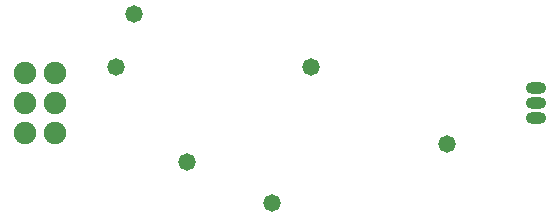
<source format=gbs>
G04*
G04 #@! TF.GenerationSoftware,Altium Limited,Altium Designer,21.6.1 (37)*
G04*
G04 Layer_Color=16711935*
%FSLAX25Y25*%
%MOIN*%
G70*
G04*
G04 #@! TF.SameCoordinates,149CC93B-E584-47E2-A3B6-F303EE062418*
G04*
G04*
G04 #@! TF.FilePolarity,Negative*
G04*
G01*
G75*
%ADD28C,0.07493*%
%ADD29O,0.06706X0.03950*%
%ADD30C,0.05800*%
D28*
X28622Y29370D02*
D03*
Y39370D02*
D03*
Y49370D02*
D03*
X18622Y29370D02*
D03*
Y39370D02*
D03*
Y49370D02*
D03*
D29*
X188976Y44370D02*
D03*
Y39370D02*
D03*
Y34370D02*
D03*
D30*
X101181Y5906D02*
D03*
X114173Y51181D02*
D03*
X72835Y19685D02*
D03*
X159449Y25591D02*
D03*
X49213Y51181D02*
D03*
X55118Y68898D02*
D03*
M02*

</source>
